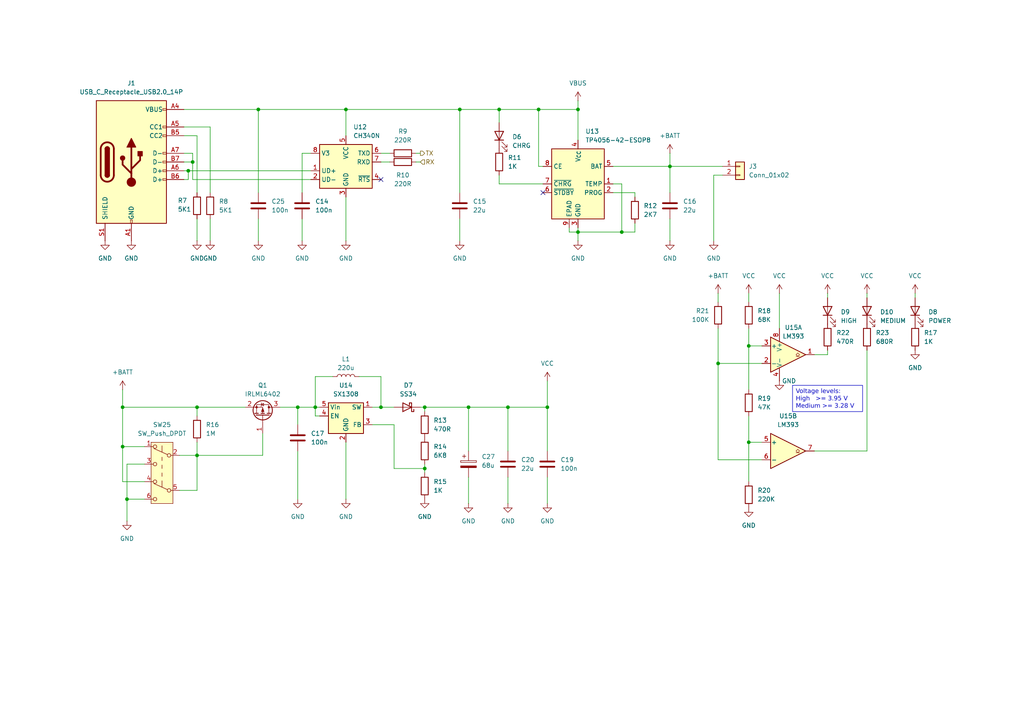
<source format=kicad_sch>
(kicad_sch (version 20250114) (generator "eeschema") (generator_version "9.0")
  (paper "A4")
  (title_block (title "USB and power management") (date "2025-11-03") (rev "B") (company "A.K."))
  (lib_symbols
    (symbol "Battery_Management:TP4056-42-ESOP8"
      (property "Reference" "U" (at -6.604 11.684 0))
      (property "Value" "TP4056-42-ESOP8" (at 10.16 11.684 0))
      (symbol "TP4056-42-ESOP8_1_0"
        (pin input line (at -10.16 5.08 0) (length 2.54) (name "CE") (number "8"))
        (pin open_collector line (at -10.16 0 0) (length 2.54) (name "~{CHRG}") (number "7"))
        (pin open_collector line (at -10.16 -2.54 0) (length 2.54) (name "~{STDBY}") (number "6"))
        (pin passive line (at -2.54 -12.7 90) (length 2.54) (name "EPAD") (number "9"))
        (pin power_in line (at 0 12.7 270) (length 2.54) (name "V_{CC}") (number "4"))
        (pin power_in line (at 0 -12.7 90) (length 2.54) (name "GND") (number "3"))
        (pin power_out line (at 10.16 5.08 180) (length 2.54) (name "BAT") (number "5"))
        (pin input line (at 10.16 0 180) (length 2.54) (name "TEMP") (number "1"))
        (pin passive line (at 10.16 -2.54 180) (length 2.54) (name "PROG") (number "2"))
      )
      (symbol "TP4056-42-ESOP8_1_1"
        (rectangle (start -7.62 10.16) (end 7.62 -10.16) (stroke (width 0.254)) (fill (type background)))
      )
    )
    (symbol "Comparator:LM393" (pin_names (offset 0.127))
      (property "Reference" "U" (at 3.81 3.81 0))
      (property "Value" "LM393" (at 6.35 -3.81 0))
      (symbol "LM393_1_1"
        (polyline (pts (xy -5.08 5.08) (xy 5.08 0) (xy -5.08 -5.08) (xy -5.08 5.08)) (stroke (width 0.254)) (fill (type background)))
        (polyline (pts (xy 3.302 -0.508) (xy 2.794 -0.508) (xy 3.302 0) (xy 2.794 0.508) (xy 2.286 0) (xy 2.794 -0.508) (xy 2.286 -0.508)) (stroke (width 0.127)))
        (pin input line (at -7.62 2.54 0) (length 2.54) (name "+") (number "3"))
        (pin input line (at -7.62 -2.54 0) (length 2.54) (name "-") (number "2"))
        (pin open_collector line (at 7.62 0 180) (length 2.54) (name "~") (number "1"))
      )
      (symbol "LM393_2_1"
        (polyline (pts (xy -5.08 5.08) (xy 5.08 0) (xy -5.08 -5.08) (xy -5.08 5.08)) (stroke (width 0.254)) (fill (type background)))
        (polyline (pts (xy 3.302 -0.508) (xy 2.794 -0.508) (xy 3.302 0) (xy 2.794 0.508) (xy 2.286 0) (xy 2.794 -0.508) (xy 2.286 -0.508)) (stroke (width 0.127)))
        (pin input line (at -7.62 2.54 0) (length 2.54) (name "+") (number "5"))
        (pin input line (at -7.62 -2.54 0) (length 2.54) (name "-") (number "6"))
        (pin open_collector line (at 7.62 0 180) (length 2.54) (name "~") (number "7"))
      )
      (symbol "LM393_3_1"
        (pin power_in line (at -2.54 7.62 270) (length 3.81) (name "V+") (number "8"))
        (pin power_in line (at -2.54 -7.62 90) (length 3.81) (name "V-") (number "4"))
      )
    )
    (symbol "Connector:USB_C_Receptacle_USB2.0_14P" (pin_names (offset 1.016))
      (property "Reference" "J" (at 0 22.225 0))
      (property "Value" "USB_C_Receptacle_USB2.0_14P" (at 0 19.685 0))
      (symbol "USB_C_Receptacle_USB2.0_14P_0_0"
        (rectangle (start -0.254 -17.78) (end 0.254 -16.764))
        (rectangle (start 10.16 15.494) (end 9.144 14.986))
        (rectangle (start 10.16 10.414) (end 9.144 9.906))
        (rectangle (start 10.16 7.874) (end 9.144 7.366))
        (rectangle (start 10.16 2.794) (end 9.144 2.286))
        (rectangle (start 10.16 0.254) (end 9.144 -0.254))
        (rectangle (start 10.16 -2.286) (end 9.144 -2.794))
        (rectangle (start 10.16 -4.826) (end 9.144 -5.334))
      )
      (symbol "USB_C_Receptacle_USB2.0_14P_0_1"
        (rectangle (start -10.16 17.78) (end 10.16 -17.78) (stroke (width 0.254)) (fill (type background)))
        (polyline (pts (xy -8.89 -3.81) (xy -8.89 3.81)) (stroke (width 0.508)))
        (rectangle (start -7.62 -3.81) (end -6.35 3.81) (stroke (width 0.254)) (fill (type outline)))
        (arc (start -7.62 3.81) (mid -6.985 4.4423) (end -6.35 3.81) (stroke (width 0.254)))
        (arc (start -7.62 3.81) (mid -6.985 4.4423) (end -6.35 3.81) (stroke (width 0.254)) (fill (type outline)))
        (arc (start -8.89 3.81) (mid -6.985 5.7067) (end -5.08 3.81) (stroke (width 0.508)))
        (arc (start -5.08 -3.81) (mid -6.985 -5.7067) (end -8.89 -3.81) (stroke (width 0.508)))
        (arc (start -6.35 -3.81) (mid -6.985 -4.4423) (end -7.62 -3.81) (stroke (width 0.254)))
        (arc (start -6.35 -3.81) (mid -6.985 -4.4423) (end -7.62 -3.81) (stroke (width 0.254)) (fill (type outline)))
        (polyline (pts (xy -5.08 3.81) (xy -5.08 -3.81)) (stroke (width 0.508)))
        (circle (center -2.54 1.143) (radius 0.635) (stroke (width 0.254)) (fill (type outline)))
        (polyline (pts (xy -1.27 4.318) (xy 0 6.858) (xy 1.27 4.318) (xy -1.27 4.318)) (stroke (width 0.254)) (fill (type outline)))
        (polyline (pts (xy 0 -2.032) (xy 2.54 0.508) (xy 2.54 1.778)) (stroke (width 0.508)))
        (polyline (pts (xy 0 -3.302) (xy -2.54 -0.762) (xy -2.54 0.508)) (stroke (width 0.508)))
        (polyline (pts (xy 0 -5.842) (xy 0 4.318)) (stroke (width 0.508)))
        (circle (center 0 -5.842) (radius 1.27) (fill (type outline)))
        (rectangle (start 1.905 1.778) (end 3.175 3.048) (stroke (width 0.254)) (fill (type outline)))
      )
      (symbol "USB_C_Receptacle_USB2.0_14P_1_1"
        (pin passive line (at -7.62 -22.86 90) (length 5.08) (name "SHIELD") (number "S1"))
        (pin passive line (at 0 -22.86 90) (length 5.08) (name "GND") (number "A1"))
        (pin passive line (at 0 -22.86 90) (length 5.08) (hide yes) (name "GND") (number "A12"))
        (pin passive line (at 0 -22.86 90) (length 5.08) (hide yes) (name "GND") (number "B1"))
        (pin passive line (at 0 -22.86 90) (length 5.08) (hide yes) (name "GND") (number "B12"))
        (pin passive line (at 15.24 15.24 180) (length 5.08) (name "VBUS") (number "A4"))
        (pin passive line (at 15.24 15.24 180) (length 5.08) (hide yes) (name "VBUS") (number "A9"))
        (pin passive line (at 15.24 15.24 180) (length 5.08) (hide yes) (name "VBUS") (number "B4"))
        (pin passive line (at 15.24 15.24 180) (length 5.08) (hide yes) (name "VBUS") (number "B9"))
        (pin bidirectional line (at 15.24 10.16 180) (length 5.08) (name "CC1") (number "A5"))
        (pin bidirectional line (at 15.24 7.62 180) (length 5.08) (name "CC2") (number "B5"))
        (pin bidirectional line (at 15.24 2.54 180) (length 5.08) (name "D-") (number "A7"))
        (pin bidirectional line (at 15.24 0 180) (length 5.08) (name "D-") (number "B7"))
        (pin bidirectional line (at 15.24 -2.54 180) (length 5.08) (name "D+") (number "A6"))
        (pin bidirectional line (at 15.24 -5.08 180) (length 5.08) (name "D+") (number "B6"))
      )
    )
    (symbol "Connector_Generic:Conn_01x02" (pin_names (offset 1.016) (hide yes))
      (property "Reference" "J" (at 0 2.54 0))
      (property "Value" "Conn_01x02" (at 0 -5.08 0))
      (symbol "Conn_01x02_1_1"
        (rectangle (start -1.27 1.27) (end 1.27 -3.81) (stroke (width 0.254)) (fill (type background)))
        (rectangle (start -1.27 0.127) (end 0 -0.127) (stroke (width 0.1524)))
        (rectangle (start -1.27 -2.413) (end 0 -2.667) (stroke (width 0.1524)))
        (pin passive line (at -5.08 0 0) (length 3.81) (name "Pin_1") (number "1"))
        (pin passive line (at -5.08 -2.54 0) (length 3.81) (name "Pin_2") (number "2"))
      )
    )
    (symbol "Device:C" (pin_numbers (hide yes)) (pin_names (offset 0.254))
      (property "Reference" "C" (at 0.635 2.54 0))
      (property "Value" "C" (at 0.635 -2.54 0))
      (symbol "C_0_1"
        (polyline (pts (xy -2.032 0.762) (xy 2.032 0.762)) (stroke (width 0.508)))
        (polyline (pts (xy -2.032 -0.762) (xy 2.032 -0.762)) (stroke (width 0.508)))
      )
      (symbol "C_1_1"
        (pin passive line (at 0 3.81 270) (length 2.794) (name "~") (number "1"))
        (pin passive line (at 0 -3.81 90) (length 2.794) (name "~") (number "2"))
      )
    )
    (symbol "Device:C_Polarized" (pin_numbers (hide yes)) (pin_names (offset 0.254))
      (property "Reference" "C" (at 0.635 2.54 0))
      (property "Value" "C_Polarized" (at 0.635 -2.54 0))
      (symbol "C_Polarized_0_1"
        (rectangle (start -2.286 0.508) (end 2.286 1.016))
        (polyline (pts (xy -1.778 2.286) (xy -0.762 2.286)))
        (polyline (pts (xy -1.27 2.794) (xy -1.27 1.778)))
        (rectangle (start 2.286 -0.508) (end -2.286 -1.016) (fill (type outline)))
      )
      (symbol "C_Polarized_1_1"
        (pin passive line (at 0 3.81 270) (length 2.794) (name "~") (number "1"))
        (pin passive line (at 0 -3.81 90) (length 2.794) (name "~") (number "2"))
      )
    )
    (symbol "Device:D_Schottky" (pin_numbers (hide yes)) (pin_names (offset 1.016) (hide yes))
      (property "Reference" "D" (at 0 2.54 0))
      (property "Value" "D_Schottky" (at 0 -2.54 0))
      (symbol "D_Schottky_0_1"
        (polyline (pts (xy -1.905 0.635) (xy -1.905 1.27) (xy -1.27 1.27) (xy -1.27 -1.27) (xy -0.635 -1.27) (xy -0.635 -0.635)) (stroke (width 0.254)))
        (polyline (pts (xy 1.27 1.27) (xy 1.27 -1.27) (xy -1.27 0) (xy 1.27 1.27)) (stroke (width 0.254)))
        (polyline (pts (xy 1.27 0) (xy -1.27 0)))
      )
      (symbol "D_Schottky_1_1"
        (pin passive line (at -3.81 0 0) (length 2.54) (name "K") (number "1"))
        (pin passive line (at 3.81 0 180) (length 2.54) (name "A") (number "2"))
      )
    )
    (symbol "Device:L" (pin_numbers (hide yes)) (pin_names (offset 1.016) (hide yes))
      (property "Reference" "L" (at -1.27 0 90))
      (property "Value" "L" (at 1.905 0 90))
      (symbol "L_0_1"
        (arc (start 0 2.54) (mid 0.6323 1.905) (end 0 1.27))
        (arc (start 0 1.27) (mid 0.6323 0.635) (end 0 0))
        (arc (start 0 0) (mid 0.6323 -0.635) (end 0 -1.27))
        (arc (start 0 -1.27) (mid 0.6323 -1.905) (end 0 -2.54))
      )
      (symbol "L_1_1"
        (pin passive line (at 0 3.81 270) (length 1.27) (name "1") (number "1"))
        (pin passive line (at 0 -3.81 90) (length 1.27) (name "2") (number "2"))
      )
    )
    (symbol "Device:LED" (pin_numbers (hide yes)) (pin_names (offset 1.016) (hide yes))
      (property "Reference" "D" (at 0 2.54 0))
      (property "Value" "LED" (at 0 -2.54 0))
      (symbol "LED_0_1"
        (polyline (pts (xy -3.048 -0.762) (xy -4.572 -2.286) (xy -3.81 -2.286) (xy -4.572 -2.286) (xy -4.572 -1.524)))
        (polyline (pts (xy -1.778 -0.762) (xy -3.302 -2.286) (xy -2.54 -2.286) (xy -3.302 -2.286) (xy -3.302 -1.524)))
        (polyline (pts (xy -1.27 0) (xy 1.27 0)))
        (polyline (pts (xy -1.27 -1.27) (xy -1.27 1.27)) (stroke (width 0.254)))
        (polyline (pts (xy 1.27 -1.27) (xy 1.27 1.27) (xy -1.27 0) (xy 1.27 -1.27)) (stroke (width 0.254)))
      )
      (symbol "LED_1_1"
        (pin passive line (at -3.81 0 0) (length 2.54) (name "K") (number "1"))
        (pin passive line (at 3.81 0 180) (length 2.54) (name "A") (number "2"))
      )
    )
    (symbol "Device:R" (pin_numbers (hide yes)) (pin_names (offset 0))
      (property "Reference" "R" (at 2.032 0 90))
      (property "Value" "R" (at 0 0 90))
      (symbol "R_0_1"
        (rectangle (start -1.016 -2.54) (end 1.016 2.54) (stroke (width 0.254)))
      )
      (symbol "R_1_1"
        (pin passive line (at 0 3.81 270) (length 1.27) (name "~") (number "1"))
        (pin passive line (at 0 -3.81 90) (length 1.27) (name "~") (number "2"))
      )
    )
    (symbol "Interface_USB:CH340N"
      (property "Reference" "U" (at -7.62 6.35 0))
      (property "Value" "CH340N" (at 7.62 6.35 0))
      (symbol "CH340N_0_1"
        (rectangle (start -7.62 5.08) (end 7.62 -7.62) (stroke (width 0.254)) (fill (type background)))
      )
      (symbol "CH340N_1_1"
        (pin passive line (at -10.16 2.54 0) (length 2.54) (name "V3") (number "8"))
        (pin bidirectional line (at -10.16 -2.54 0) (length 2.54) (name "UD+") (number "1"))
        (pin bidirectional line (at -10.16 -5.08 0) (length 2.54) (name "UD-") (number "2"))
        (pin power_in line (at 0 7.62 270) (length 2.54) (name "VCC") (number "5"))
        (pin power_in line (at 0 -10.16 90) (length 2.54) (name "GND") (number "3"))
        (pin output line (at 10.16 2.54 180) (length 2.54) (name "TXD") (number "6"))
        (pin input line (at 10.16 0 180) (length 2.54) (name "RXD") (number "7"))
        (pin output line (at 10.16 -5.08 180) (length 2.54) (name "~{RTS}") (number "4"))
      )
    )
    (symbol "Regulator_Switching:ADP2108AUJ-3.3"
      (property "Reference" "U14" (at 0 8.89 0))
      (property "Value" "SX1308" (at 0 6.35 0))
      (symbol "ADP2108AUJ-3.3_0_1"
        (rectangle (start -5.08 3.81) (end 5.08 -5.08) (stroke (width 0.254)) (fill (type background)))
      )
      (symbol "ADP2108AUJ-3.3_1_1"
        (pin power_in line (at -7.62 2.54 0) (length 2.54) (name "Vin") (number "5"))
        (pin input line (at -7.62 0 0) (length 2.54) (name "EN") (number "4"))
        (pin power_in line (at 0 -7.62 90) (length 2.54) (name "GND") (number "2"))
        (pin input line (at 7.62 2.54 180) (length 2.54) (name "SW") (number "1"))
        (pin input line (at 7.62 -2.54 180) (length 2.54) (name "FB") (number "3"))
      )
    )
    (symbol "Switch:SW_Push_DPDT" (pin_names (offset 0) (hide yes))
      (property "Reference" "SW" (at 0 10.16 0))
      (property "Value" "SW_Push_DPDT" (at 0 -10.16 0))
      (symbol "SW_Push_DPDT_0_0"
        (circle (center -2.032 5.08) (radius 0.508))
        (circle (center -2.032 -5.08) (radius 0.508))
        (circle (center 2.032 2.54) (radius 0.508))
        (circle (center 2.032 -7.62) (radius 0.508))
      )
      (symbol "SW_Push_DPDT_0_1"
        (polyline (pts (xy -1.524 5.334) (xy 2.3368 7.0612)))
        (polyline (pts (xy -1.524 -4.826) (xy 2.3368 -3.0988)))
        (polyline (pts (xy 0 7.874) (xy 0 6.096)))
        (polyline (pts (xy 0 3.556) (xy 0 4.572)))
        (polyline (pts (xy 0 1.27) (xy 0 2.286)))
        (polyline (pts (xy 0 -1.016) (xy 0 0)))
        (polyline (pts (xy 0 -2.286) (xy 0 -4.064)))
        (circle (center 2.032 7.62) (radius 0.508))
        (circle (center 2.032 -2.54) (radius 0.508))
      )
      (symbol "SW_Push_DPDT_1_1"
        (rectangle (start -3.175 8.89) (end 3.175 -8.89) (fill (type background)))
        (pin passive line (at -5.08 5.08 0) (length 2.54) (name "B") (number "2"))
        (pin passive line (at -5.08 -5.08 0) (length 2.54) (name "B") (number "5"))
        (pin passive line (at 5.08 7.62 180) (length 2.54) (name "A") (number "1"))
        (pin passive line (at 5.08 2.54 180) (length 2.54) (name "C") (number "3"))
        (pin passive line (at 5.08 -2.54 180) (length 2.54) (name "A") (number "4"))
        (pin passive line (at 5.08 -7.62 180) (length 2.54) (name "C") (number "6"))
      )
    )
    (symbol "Transistor_FET:IRLML6402" (pin_names (hide yes))
      (property "Reference" "Q" (at 5.08 1.905 0))
      (property "Value" "IRLML6402" (at 5.08 0 0))
      (symbol "IRLML6402_0_1"
        (polyline (pts (xy 0.254 1.905) (xy 0.254 -1.905)) (stroke (width 0.254)))
        (polyline (pts (xy 0.254 0) (xy -2.54 0)))
        (polyline (pts (xy 0.762 2.286) (xy 0.762 1.27)) (stroke (width 0.254)))
        (polyline (pts (xy 0.762 1.778) (xy 3.302 1.778) (xy 3.302 -1.778) (xy 0.762 -1.778)))
        (polyline (pts (xy 0.762 0.508) (xy 0.762 -0.508)) (stroke (width 0.254)))
        (polyline (pts (xy 0.762 -1.27) (xy 0.762 -2.286)) (stroke (width 0.254)))
        (circle (center 1.651 0) (radius 2.794) (stroke (width 0.254)))
        (polyline (pts (xy 2.286 0) (xy 1.27 0.381) (xy 1.27 -0.381) (xy 2.286 0)) (fill (type outline)))
        (polyline (pts (xy 2.54 2.54) (xy 2.54 1.778)))
        (circle (center 2.54 1.778) (radius 0.254) (fill (type outline)))
        (circle (center 2.54 -1.778) (radius 0.254) (fill (type outline)))
        (polyline (pts (xy 2.54 -2.54) (xy 2.54 0) (xy 0.762 0)))
        (polyline (pts (xy 2.794 -0.508) (xy 2.921 -0.381) (xy 3.683 -0.381) (xy 3.81 -0.254)))
        (polyline (pts (xy 3.302 -0.381) (xy 2.921 0.254) (xy 3.683 0.254) (xy 3.302 -0.381)))
      )
      (symbol "IRLML6402_1_1"
        (pin input line (at -5.08 0 0) (length 2.54) (name "G") (number "1"))
        (pin passive line (at 2.54 5.08 270) (length 2.54) (name "D") (number "3"))
        (pin passive line (at 2.54 -5.08 90) (length 2.54) (name "S") (number "2"))
      )
    )
    (symbol "power:+BATT" (power) (pin_numbers (hide yes)) (pin_names (offset 0) (hide yes))
      (property "Value" "+BATT" (at 0 3.556 0))
      (symbol "+BATT_0_1"
        (polyline (pts (xy -0.762 1.27) (xy 0 2.54)))
        (polyline (pts (xy 0 2.54) (xy 0.762 1.27)))
        (polyline (pts (xy 0 0) (xy 0 2.54)))
      )
      (symbol "+BATT_1_1"
        (pin power_in line (at 0 0 90) (length 0) (name "~") (number "1"))
      )
    )
    (symbol "power:GND" (power) (pin_numbers (hide yes)) (pin_names (offset 0) (hide yes))
      (property "Value" "GND" (at 0 -3.81 0))
      (symbol "GND_0_1"
        (polyline (pts (xy 0 0) (xy 0 -1.27) (xy 1.27 -1.27) (xy 0 -2.54) (xy -1.27 -1.27) (xy 0 -1.27)))
      )
      (symbol "GND_1_1"
        (pin power_in line (at 0 0 270) (length 0) (name "~") (number "1"))
      )
    )
    (symbol "power:VBUS" (power) (pin_numbers (hide yes)) (pin_names (offset 0) (hide yes))
      (property "Value" "VBUS" (at 0 3.556 0))
      (symbol "VBUS_0_1"
        (polyline (pts (xy -0.762 1.27) (xy 0 2.54)))
        (polyline (pts (xy 0 2.54) (xy 0.762 1.27)))
        (polyline (pts (xy 0 0) (xy 0 2.54)))
      )
      (symbol "VBUS_1_1"
        (pin power_in line (at 0 0 90) (length 0) (name "~") (number "1"))
      )
    )
    (symbol "power:VCC" (power) (pin_numbers (hide yes)) (pin_names (offset 0) (hide yes))
      (property "Value" "VCC" (at 0 3.556 0))
      (symbol "VCC_0_1"
        (polyline (pts (xy -0.762 1.27) (xy 0 2.54)))
        (polyline (pts (xy 0 2.54) (xy 0.762 1.27)))
        (polyline (pts (xy 0 0) (xy 0 2.54)))
      )
      (symbol "VCC_1_1"
        (pin power_in line (at 0 0 90) (length 0) (name "~") (number "1"))
      )
    )
  )
  (text_box "Voltage levels:\nHigh   >= 3.95 V\nMedium >= 3.28 V" (at 229.87 111.76 0) (size 20.32 7.62) (margins 0.9525 0.9525 0.9525 0.9525) (effects (font (size 1.27 1.27)) (justify left top)))
  (junction (at 36.83 144.78))
  (junction (at 74.93 31.75))
  (junction (at 144.78 31.75))
  (junction (at 55.88 46.99))
  (junction (at 110.49 118.11))
  (junction (at 57.15 132.08))
  (junction (at 217.17 100.33))
  (junction (at 91.44 118.11))
  (junction (at 133.35 31.75))
  (junction (at 147.32 118.11))
  (junction (at 194.31 48.26))
  (junction (at 217.17 128.27))
  (junction (at 57.15 118.11))
  (junction (at 180.34 67.31))
  (junction (at 123.19 135.89))
  (junction (at 123.19 118.11))
  (junction (at 100.33 31.75))
  (junction (at 35.56 118.11))
  (junction (at 86.36 118.11))
  (junction (at 35.56 129.54))
  (junction (at 158.75 118.11))
  (junction (at 156.21 31.75))
  (junction (at 208.28 105.41))
  (junction (at 167.64 31.75))
  (junction (at 135.89 118.11))
  (junction (at 54.61 49.53))
  (junction (at 167.64 67.31))
  (no_connect (at 157.48 55.88))
  (no_connect (at 110.49 52.07))
  (wire (pts (xy 36.83 144.78) (xy 36.83 134.62)))
  (wire (pts (xy 35.56 129.54) (xy 35.56 118.11)))
  (wire (pts (xy 167.64 67.31) (xy 180.34 67.31)))
  (wire (pts (xy 208.28 105.41) (xy 220.98 105.41)))
  (wire (pts (xy 157.48 48.26) (xy 156.21 48.26)))
  (wire (pts (xy 92.71 118.11) (xy 91.44 118.11)))
  (wire (pts (xy 207.01 69.85) (xy 207.01 50.8)))
  (wire (pts (xy 91.44 120.65) (xy 91.44 118.11)))
  (wire (pts (xy 217.17 95.25) (xy 217.17 100.33)))
  (wire (pts (xy 144.78 31.75) (xy 156.21 31.75)))
  (wire (pts (xy 236.22 102.87) (xy 240.03 102.87)))
  (wire (pts (xy 36.83 144.78) (xy 41.91 144.78)))
  (wire (pts (xy 92.71 120.65) (xy 91.44 120.65)))
  (wire (pts (xy 100.33 31.75) (xy 100.33 39.37)))
  (wire (pts (xy 91.44 118.11) (xy 86.36 118.11)))
  (wire (pts (xy 110.49 44.45) (xy 113.03 44.45)))
  (wire (pts (xy 57.15 55.88) (xy 57.15 39.37)))
  (wire (pts (xy 240.03 102.87) (xy 240.03 101.6)))
  (wire (pts (xy 87.63 63.5) (xy 87.63 69.85)))
  (wire (pts (xy 123.19 135.89) (xy 114.3 135.89)))
  (wire (pts (xy 57.15 142.24) (xy 57.15 132.08)))
  (wire (pts (xy 135.89 138.43) (xy 135.89 146.05)))
  (wire (pts (xy 208.28 133.35) (xy 208.28 105.41)))
  (wire (pts (xy 240.03 85.09) (xy 240.03 86.36)))
  (wire (pts (xy 53.34 39.37) (xy 57.15 39.37)))
  (wire (pts (xy 158.75 138.43) (xy 158.75 146.05)))
  (wire (pts (xy 87.63 55.88) (xy 87.63 44.45)))
  (wire (pts (xy 121.92 44.45) (xy 120.65 44.45)))
  (wire (pts (xy 123.19 134.62) (xy 123.19 135.89)))
  (wire (pts (xy 100.33 128.27) (xy 100.33 144.78)))
  (wire (pts (xy 135.89 118.11) (xy 147.32 118.11)))
  (wire (pts (xy 52.07 132.08) (xy 57.15 132.08)))
  (wire (pts (xy 133.35 63.5) (xy 133.35 69.85)))
  (wire (pts (xy 41.91 139.7) (xy 35.56 139.7)))
  (wire (pts (xy 55.88 52.07) (xy 90.17 52.07)))
  (wire (pts (xy 144.78 53.34) (xy 144.78 50.8)))
  (wire (pts (xy 114.3 135.89) (xy 114.3 123.19)))
  (wire (pts (xy 208.28 95.25) (xy 208.28 105.41)))
  (wire (pts (xy 147.32 118.11) (xy 158.75 118.11)))
  (wire (pts (xy 57.15 132.08) (xy 76.2 132.08)))
  (wire (pts (xy 133.35 31.75) (xy 133.35 55.88)))
  (wire (pts (xy 53.34 52.07) (xy 54.61 52.07)))
  (wire (pts (xy 110.49 46.99) (xy 113.03 46.99)))
  (wire (pts (xy 54.61 49.53) (xy 90.17 49.53)))
  (wire (pts (xy 74.93 31.75) (xy 74.93 55.88)))
  (wire (pts (xy 156.21 48.26) (xy 156.21 31.75)))
  (wire (pts (xy 55.88 44.45) (xy 55.88 46.99)))
  (wire (pts (xy 265.43 85.09) (xy 265.43 86.36)))
  (wire (pts (xy 220.98 133.35) (xy 208.28 133.35)))
  (wire (pts (xy 104.14 109.22) (xy 110.49 109.22)))
  (wire (pts (xy 180.34 67.31) (xy 184.15 67.31)))
  (wire (pts (xy 57.15 128.27) (xy 57.15 132.08)))
  (wire (pts (xy 74.93 69.85) (xy 74.93 63.5)))
  (wire (pts (xy 52.07 142.24) (xy 57.15 142.24)))
  (wire (pts (xy 194.31 63.5) (xy 194.31 69.85)))
  (wire (pts (xy 133.35 31.75) (xy 144.78 31.75)))
  (wire (pts (xy 60.96 36.83) (xy 53.34 36.83)))
  (wire (pts (xy 53.34 46.99) (xy 55.88 46.99)))
  (wire (pts (xy 217.17 128.27) (xy 220.98 128.27)))
  (wire (pts (xy 135.89 118.11) (xy 135.89 130.81)))
  (wire (pts (xy 251.46 130.81) (xy 251.46 101.6)))
  (wire (pts (xy 76.2 132.08) (xy 76.2 125.73)))
  (wire (pts (xy 236.22 130.81) (xy 251.46 130.81)))
  (wire (pts (xy 184.15 55.88) (xy 184.15 57.15)))
  (wire (pts (xy 167.64 67.31) (xy 165.1 67.31)))
  (wire (pts (xy 167.64 67.31) (xy 167.64 69.85)))
  (wire (pts (xy 157.48 53.34) (xy 144.78 53.34)))
  (wire (pts (xy 121.92 118.11) (xy 123.19 118.11)))
  (wire (pts (xy 147.32 118.11) (xy 147.32 130.81)))
  (wire (pts (xy 194.31 44.45) (xy 194.31 48.26)))
  (wire (pts (xy 74.93 31.75) (xy 100.33 31.75)))
  (wire (pts (xy 91.44 109.22) (xy 91.44 118.11)))
  (wire (pts (xy 156.21 31.75) (xy 167.64 31.75)))
  (wire (pts (xy 167.64 29.21) (xy 167.64 31.75)))
  (wire (pts (xy 251.46 85.09) (xy 251.46 86.36)))
  (wire (pts (xy 53.34 31.75) (xy 74.93 31.75)))
  (wire (pts (xy 207.01 50.8) (xy 209.55 50.8)))
  (wire (pts (xy 123.19 135.89) (xy 123.19 137.16)))
  (wire (pts (xy 110.49 118.11) (xy 114.3 118.11)))
  (wire (pts (xy 217.17 120.65) (xy 217.17 128.27)))
  (wire (pts (xy 57.15 118.11) (xy 71.12 118.11)))
  (wire (pts (xy 87.63 44.45) (xy 90.17 44.45)))
  (wire (pts (xy 184.15 67.31) (xy 184.15 64.77)))
  (wire (pts (xy 36.83 134.62) (xy 41.91 134.62)))
  (wire (pts (xy 86.36 118.11) (xy 86.36 123.19)))
  (wire (pts (xy 35.56 118.11) (xy 57.15 118.11)))
  (wire (pts (xy 217.17 128.27) (xy 217.17 139.7)))
  (wire (pts (xy 208.28 85.09) (xy 208.28 87.63)))
  (wire (pts (xy 147.32 138.43) (xy 147.32 146.05)))
  (wire (pts (xy 41.91 129.54) (xy 35.56 129.54)))
  (wire (pts (xy 144.78 31.75) (xy 144.78 35.56)))
  (wire (pts (xy 35.56 139.7) (xy 35.56 129.54)))
  (wire (pts (xy 53.34 49.53) (xy 54.61 49.53)))
  (wire (pts (xy 226.06 85.09) (xy 226.06 95.25)))
  (wire (pts (xy 194.31 55.88) (xy 194.31 48.26)))
  (wire (pts (xy 165.1 67.31) (xy 165.1 66.04)))
  (wire (pts (xy 217.17 85.09) (xy 217.17 87.63)))
  (wire (pts (xy 123.19 118.11) (xy 123.19 119.38)))
  (wire (pts (xy 86.36 130.81) (xy 86.36 144.78)))
  (wire (pts (xy 60.96 63.5) (xy 60.96 69.85)))
  (wire (pts (xy 60.96 55.88) (xy 60.96 36.83)))
  (wire (pts (xy 158.75 110.49) (xy 158.75 118.11)))
  (wire (pts (xy 180.34 53.34) (xy 177.8 53.34)))
  (wire (pts (xy 217.17 100.33) (xy 220.98 100.33)))
  (wire (pts (xy 53.34 44.45) (xy 55.88 44.45)))
  (wire (pts (xy 167.64 66.04) (xy 167.64 67.31)))
  (wire (pts (xy 36.83 151.13) (xy 36.83 144.78)))
  (wire (pts (xy 100.33 57.15) (xy 100.33 69.85)))
  (wire (pts (xy 217.17 100.33) (xy 217.17 113.03)))
  (wire (pts (xy 57.15 118.11) (xy 57.15 120.65)))
  (wire (pts (xy 167.64 31.75) (xy 167.64 40.64)))
  (wire (pts (xy 100.33 31.75) (xy 133.35 31.75)))
  (wire (pts (xy 54.61 52.07) (xy 54.61 49.53)))
  (wire (pts (xy 123.19 118.11) (xy 135.89 118.11)))
  (wire (pts (xy 57.15 63.5) (xy 57.15 69.85)))
  (wire (pts (xy 96.52 109.22) (xy 91.44 109.22)))
  (wire (pts (xy 110.49 118.11) (xy 107.95 118.11)))
  (wire (pts (xy 110.49 109.22) (xy 110.49 118.11)))
  (wire (pts (xy 55.88 46.99) (xy 55.88 52.07)))
  (wire (pts (xy 121.92 46.99) (xy 120.65 46.99)))
  (wire (pts (xy 81.28 118.11) (xy 86.36 118.11)))
  (wire (pts (xy 194.31 48.26) (xy 177.8 48.26)))
  (wire (pts (xy 194.31 48.26) (xy 209.55 48.26)))
  (wire (pts (xy 180.34 67.31) (xy 180.34 53.34)))
  (wire (pts (xy 114.3 123.19) (xy 107.95 123.19)))
  (wire (pts (xy 35.56 118.11) (xy 35.56 113.03)))
  (wire (pts (xy 177.8 55.88) (xy 184.15 55.88)))
  (wire (pts (xy 158.75 118.11) (xy 158.75 130.81)))
  (hierarchical_label "TX" (shape output) (at 121.92 44.45 0))
  (hierarchical_label "RX" (shape input) (at 121.92 46.99 0))
  (symbol (lib_id "power:GND") (at 86.36 144.78 0) (unit 1)
    (property "Reference" "#PWR069" (effects (hide yes)))
    (property "Value" "GND" (at 86.36 149.86 0))
    (property "Description" "Power symbol creates a global label with name \"GND\" , ground" (effects (hide yes)))
  )
  (symbol (lib_id "Device:R") (at 184.15 60.96 0) (unit 1)
    (property "Reference" "R12" (at 186.69 59.6899 0) (effects (justify left)))
    (property "Value" "2K7" (at 186.69 62.2299 0) (effects (justify left)))
    (property "Footprint" "Resistor_SMD:R_0805_2012Metric" (effects (hide yes)))
    (property "Description" "Resistor" (effects (hide yes)))
  )
  (symbol (lib_id "Device:R") (at 123.19 140.97 0) (unit 1)
    (property "Reference" "R15" (at 125.73 139.6999 0) (effects (justify left)))
    (property "Value" "1K" (at 125.73 142.2399 0) (effects (justify left)))
    (property "Footprint" "Resistor_SMD:R_0805_2012Metric" (effects (hide yes)))
    (property "Description" "Resistor" (effects (hide yes)))
  )
  (symbol (lib_id "power:GND") (at 60.96 69.85 0) (unit 1)
    (property "Reference" "#PWR062" (effects (hide yes)))
    (property "Value" "GND" (at 60.96 74.93 0))
    (property "Description" "Power symbol creates a global label with name \"GND\" , ground" (effects (hide yes)))
  )
  (symbol (lib_id "Comparator:LM393") (at 228.6 130.81 0) (unit 2)
    (property "Reference" "U15" (at 228.6 120.65 0))
    (property "Value" "LM393" (at 228.6 123.19 0))
    (property "Footprint" "Package_SO:SOIC-8_3.9x4.9mm_P1.27mm" (effects (hide yes)))
    (property "Datasheet" "http://www.ti.com/lit/ds/symlink/lm393.pdf" (effects (hide yes)))
    (property "Description" "Low-Power, Low-Offset Voltage, Dual Comparators, DIP-8/SOIC-8/TO-99-8" (effects (hide yes)))
  )
  (symbol (lib_id "Device:LED") (at 265.43 90.17 90) (unit 1)
    (property "Reference" "D8" (at 269.24 90.4874 90) (effects (justify right)))
    (property "Value" "POWER" (at 269.24 93.0274 90) (effects (justify right)))
    (property "Footprint" "LED_SMD:LED_0805_2012Metric" (effects (hide yes)))
    (property "Description" "Light emitting diode" (effects (hide yes)))
    (property "Sim.Pins" "1=K 2=A" (effects (hide yes)))
  )
  (symbol (lib_id "Interface_USB:CH340N") (at 100.33 46.99 0) (unit 1)
    (property "Reference" "U12" (at 102.4733 36.83 0) (effects (justify left)))
    (property "Value" "CH340N" (at 102.4733 39.37 0) (effects (justify left)))
    (property "Footprint" "Package_SO:SOP-8_3.9x4.9mm_P1.27mm" (effects (hide yes)))
    (property "Datasheet" "https://aitendo3.sakura.ne.jp/aitendo_data/product_img/ic/inteface/CH340N/ch340n.pdf" (effects (hide yes)))
    (property "Description" "USB serial converter, 2Mbps, UART, SOP-8" (effects (hide yes)))
  )
  (symbol (lib_id "power:GND") (at 30.48 69.85 0) (unit 1)
    (property "Reference" "#PWR059" (effects (hide yes)))
    (property "Value" "GND" (at 30.48 74.93 0))
    (property "Description" "Power symbol creates a global label with name \"GND\" , ground" (effects (hide yes)))
  )
  (symbol (lib_id "Device:R") (at 217.17 91.44 0) (unit 1)
    (property "Reference" "R18" (at 219.71 90.1699 0) (effects (justify left)))
    (property "Value" "68K" (at 219.71 92.7099 0) (effects (justify left)))
    (property "Footprint" "Resistor_SMD:R_0805_2012Metric" (effects (hide yes)))
    (property "Description" "Resistor" (effects (hide yes)))
  )
  (symbol (lib_id "power:+BATT") (at 35.56 113.03 0) (unit 1)
    (property "Reference" "#PWR075" (effects (hide yes)))
    (property "Value" "+BATT" (at 35.56 107.95 0))
    (property "Description" "Power symbol creates a global label with name \"+BATT\"" (effects (hide yes)))
  )
  (symbol (lib_id "Device:C_Polarized") (at 135.89 134.62 0) (unit 1)
    (property "Reference" "C27" (at 139.7 132.4609 0) (effects (justify left)))
    (property "Value" "68u" (at 139.7 135.0009 0) (effects (justify left)))
    (property "Footprint" "Capacitor_Tantalum_SMD:CP_EIA-7343-15_Kemet-W" (effects (hide yes)))
    (property "Description" "Polarized capacitor" (effects (hide yes)))
  )
  (symbol (lib_id "Device:L") (at 100.33 109.22 90) (unit 1)
    (property "Reference" "L1" (at 100.33 104.14 90))
    (property "Value" "220u" (at 100.33 106.68 90))
    (property "Footprint" "Inductor_SMD:L_Sunlord_SWPA6040S" (effects (hide yes)))
    (property "Description" "Inductor" (effects (hide yes)))
  )
  (symbol (lib_id "Device:C") (at 74.93 59.69 0) (unit 1)
    (property "Reference" "C25" (at 78.74 58.4199 0) (effects (justify left)))
    (property "Value" "100n" (at 78.74 60.9599 0) (effects (justify left)))
    (property "Footprint" "Capacitor_SMD:C_0805_2012Metric" (effects (hide yes)))
    (property "Description" "Unpolarized capacitor" (effects (hide yes)))
  )
  (symbol (lib_id "Battery_Management:TP4056-42-ESOP8") (at 167.64 53.34 0) (unit 1)
    (property "Reference" "U13" (at 169.7833 38.1 0) (effects (justify left)))
    (property "Value" "TP4056-42-ESOP8" (at 169.7833 40.64 0) (effects (justify left)))
    (property "Footprint" "Package_SO:SOIC-8-1EP_3.9x4.9mm_P1.27mm_EP2.41x3.3mm_ThermalVias" (effects (hide yes)))
    (property "Datasheet" "https://www.lcsc.com/datasheet/lcsc_datasheet_2410121619_TOPPOWER-Nanjing-Extension-Microelectronics-TP4056-42-ESOP8_C16581.pdf" (effects (hide yes)))
    (property "Description" "1A Standalone Linear Li-ion/LiPo single-cell battery charger, 4.2V ±1% charge voltage, VCC = 4.0..8.0V, SOIC-8 (SOP-8)" (effects (hide yes)))
  )
  (symbol (lib_id "Comparator:LM393") (at 228.6 102.87 0) (unit 1)
    (property "Reference" "U15" (at 230.124 94.996 0))
    (property "Value" "LM393" (at 230.124 97.536 0))
    (property "Footprint" "Package_SO:SOIC-8_3.9x4.9mm_P1.27mm" (effects (hide yes)))
    (property "Datasheet" "http://www.ti.com/lit/ds/symlink/lm393.pdf" (effects (hide yes)))
    (property "Description" "Low-Power, Low-Offset Voltage, Dual Comparators, DIP-8/SOIC-8/TO-99-8" (effects (hide yes)))
  )
  (symbol (lib_id "Device:C") (at 158.75 134.62 0) (unit 1)
    (property "Reference" "C19" (at 162.56 133.3499 0) (effects (justify left)))
    (property "Value" "100n" (at 162.56 135.8899 0) (effects (justify left)))
    (property "Footprint" "Capacitor_SMD:C_0805_2012Metric" (effects (hide yes)))
    (property "Description" "Unpolarized capacitor" (effects (hide yes)))
  )
  (symbol (lib_id "Device:R") (at 265.43 97.79 0) (unit 1)
    (property "Reference" "R17" (at 267.97 96.5199 0) (effects (justify left)))
    (property "Value" "1K" (at 267.97 99.0599 0) (effects (justify left)))
    (property "Footprint" "Resistor_SMD:R_0805_2012Metric" (effects (hide yes)))
    (property "Description" "Resistor" (effects (hide yes)))
  )
  (symbol (lib_id "power:GND") (at 167.64 69.85 0) (unit 1)
    (property "Reference" "#PWR065" (effects (hide yes)))
    (property "Value" "GND" (at 167.64 74.93 0))
    (property "Description" "Power symbol creates a global label with name \"GND\" , ground" (effects (hide yes)))
  )
  (symbol (lib_id "Comparator:LM393") (at 228.6 102.87 0) (unit 3)
    (property "Reference" "U15" (effects (hide yes)))
    (property "Value" "LM393" (effects (hide yes)))
    (property "Footprint" "Package_SO:SOIC-8_3.9x4.9mm_P1.27mm" (effects (hide yes)))
    (property "Datasheet" "http://www.ti.com/lit/ds/symlink/lm393.pdf" (effects (hide yes)))
    (property "Description" "Low-Power, Low-Offset Voltage, Dual Comparators, DIP-8/SOIC-8/TO-99-8" (effects (hide yes)))
  )
  (symbol (lib_id "power:GND") (at 135.89 146.05 0) (unit 1)
    (property "Reference" "#PWR071" (effects (hide yes)))
    (property "Value" "GND" (at 135.89 151.13 0))
    (property "Description" "Power symbol creates a global label with name \"GND\" , ground" (effects (hide yes)))
  )
  (symbol (lib_id "power:VCC") (at 265.43 85.09 0) (unit 1)
    (property "Reference" "#PWR0141" (effects (hide yes)))
    (property "Value" "VCC" (at 265.43 80.01 0))
    (property "Description" "Power symbol creates a global label with name \"VCC\"" (effects (hide yes)))
  )
  (symbol (lib_id "Device:LED") (at 240.03 90.17 90) (unit 1)
    (property "Reference" "D9" (at 243.84 90.4874 90) (effects (justify right)))
    (property "Value" "HIGH" (at 243.84 93.0274 90) (effects (justify right)))
    (property "Footprint" "LED_SMD:LED_0805_2012Metric" (effects (hide yes)))
    (property "Description" "Light emitting diode" (effects (hide yes)))
    (property "Sim.Pins" "1=K 2=A" (effects (hide yes)))
  )
  (symbol (lib_id "power:VCC") (at 226.06 85.09 0) (unit 1)
    (property "Reference" "#PWR078" (effects (hide yes)))
    (property "Value" "VCC" (at 226.06 80.01 0))
    (property "Description" "Power symbol creates a global label with name \"VCC\"" (effects (hide yes)))
  )
  (symbol (lib_id "Device:R") (at 57.15 124.46 0) (unit 1)
    (property "Reference" "R16" (at 59.69 123.1899 0) (effects (justify left)))
    (property "Value" "1M" (at 59.69 125.7299 0) (effects (justify left)))
    (property "Footprint" "Resistor_SMD:R_0805_2012Metric" (effects (hide yes)))
    (property "Description" "Resistor" (effects (hide yes)))
  )
  (symbol (lib_id "power:VBUS") (at 167.64 29.21 0) (unit 1)
    (property "Reference" "#PWR0127" (effects (hide yes)))
    (property "Value" "VBUS" (at 167.64 24.13 0))
    (property "Description" "Power symbol creates a global label with name \"VBUS\"" (effects (hide yes)))
  )
  (symbol (lib_id "Connector_Generic:Conn_01x02") (at 214.63 48.26 0) (unit 1)
    (property "Reference" "J3" (at 217.17 48.2599 0) (effects (justify left)))
    (property "Value" "Conn_01x02" (at 217.17 50.7999 0) (effects (justify left)))
    (property "Footprint" "Connector_JST:JST_PH_B2B-PH-K_1x02_P2.00mm_Vertical" (effects (hide yes)))
    (property "Description" "Generic connector, single row, 01x02, script generated (kicad-library-utils/schlib/autogen/connector/)" (effects (hide yes)))
  )
  (symbol (lib_id "Device:R") (at 60.96 59.69 180) (unit 1)
    (property "Reference" "R8" (at 63.5 58.4199 0) (effects (justify right)))
    (property "Value" "5K1" (at 63.5 60.9599 0) (effects (justify right)))
    (property "Footprint" "Resistor_SMD:R_0805_2012Metric" (effects (hide yes)))
    (property "Description" "Resistor" (effects (hide yes)))
  )
  (symbol (lib_id "Device:R") (at 57.15 59.69 180) (unit 1)
    (property "Reference" "R7" (at 51.562 58.166 0) (effects (justify right)))
    (property "Value" "5K1" (at 51.562 60.706 0) (effects (justify right)))
    (property "Footprint" "Resistor_SMD:R_0805_2012Metric" (effects (hide yes)))
    (property "Description" "Resistor" (effects (hide yes)))
  )
  (symbol (lib_id "Device:R") (at 123.19 123.19 0) (unit 1)
    (property "Reference" "R13" (at 125.73 121.9199 0) (effects (justify left)))
    (property "Value" "470R" (at 125.73 124.4599 0) (effects (justify left)))
    (property "Footprint" "Resistor_SMD:R_0805_2012Metric" (effects (hide yes)))
    (property "Description" "Resistor" (effects (hide yes)))
  )
  (symbol (lib_id "Regulator_Switching:ADP2108AUJ-3.3") (at 100.33 120.65 0) (unit 1)
    (property "Reference" "U14" (at 100.33 111.76 0))
    (property "Value" "SX1308" (at 100.33 114.3 0))
    (property "Footprint" "Package_TO_SOT_SMD:TSOT-23-6" (effects (hide yes)))
    (property "Datasheet" "https://www.analog.com/media/en/technical-documentation/data-sheets/ADP2108.pdf" (effects (hide yes)))
    (property "Description" "2A switching bucK regulator" (effects (hide yes)))
  )
  (symbol (lib_id "Device:R") (at 123.19 130.81 0) (unit 1)
    (property "Reference" "R14" (at 125.73 129.5399 0) (effects (justify left)))
    (property "Value" "6K8" (at 125.73 132.0799 0) (effects (justify left)))
    (property "Footprint" "Resistor_SMD:R_0805_2012Metric" (effects (hide yes)))
    (property "Description" "Resistor" (effects (hide yes)))
  )
  (symbol (lib_id "Device:R") (at 240.03 97.79 0) (unit 1)
    (property "Reference" "R22" (at 242.57 96.5199 0) (effects (justify left)))
    (property "Value" "470R" (at 242.57 99.0599 0) (effects (justify left)))
    (property "Footprint" "Resistor_SMD:R_0805_2012Metric" (effects (hide yes)))
    (property "Description" "Resistor" (effects (hide yes)))
  )
  (symbol (lib_id "power:GND") (at 57.15 69.85 0) (unit 1)
    (property "Reference" "#PWR061" (effects (hide yes)))
    (property "Value" "GND" (at 57.15 74.93 0))
    (property "Description" "Power symbol creates a global label with name \"GND\" , ground" (effects (hide yes)))
  )
  (symbol (lib_id "power:GND") (at 133.35 69.85 0) (unit 1)
    (property "Reference" "#PWR066" (effects (hide yes)))
    (property "Value" "GND" (at 133.35 74.93 0))
    (property "Description" "Power symbol creates a global label with name \"GND\" , ground" (effects (hide yes)))
  )
  (symbol (lib_id "power:GND") (at 158.75 146.05 0) (unit 1)
    (property "Reference" "#PWR073" (effects (hide yes)))
    (property "Value" "GND" (at 158.75 151.13 0))
    (property "Description" "Power symbol creates a global label with name \"GND\" , ground" (effects (hide yes)))
  )
  (symbol (lib_id "Device:R") (at 251.46 97.79 0) (unit 1)
    (property "Reference" "R23" (at 254 96.5199 0) (effects (justify left)))
    (property "Value" "680R" (at 254 99.0599 0) (effects (justify left)))
    (property "Footprint" "Resistor_SMD:R_0805_2012Metric" (effects (hide yes)))
    (property "Description" "Resistor" (effects (hide yes)))
  )
  (symbol (lib_id "power:VCC") (at 251.46 85.09 0) (unit 1)
    (property "Reference" "#PWR082" (effects (hide yes)))
    (property "Value" "VCC" (at 251.46 80.01 0))
    (property "Description" "Power symbol creates a global label with name \"VCC\"" (effects (hide yes)))
  )
  (symbol (lib_id "Device:LED") (at 144.78 39.37 90) (unit 1)
    (property "Reference" "D6" (at 148.59 39.6874 90) (effects (justify right)))
    (property "Value" "CHRG" (at 148.59 42.2274 90) (effects (justify right)))
    (property "Footprint" "LED_SMD:LED_0805_2012Metric" (effects (hide yes)))
    (property "Description" "Light emitting diode" (effects (hide yes)))
    (property "Sim.Pins" "1=K 2=A" (effects (hide yes)))
  )
  (symbol (lib_id "power:GND") (at 123.19 144.78 0) (unit 1)
    (property "Reference" "#PWR068" (effects (hide yes)))
    (property "Value" "GND" (at 123.19 149.86 0))
    (property "Description" "Power symbol creates a global label with name \"GND\" , ground" (effects (hide yes)))
  )
  (symbol (lib_id "Switch:SW_Push_DPDT") (at 46.99 137.16 0) (mirror y) (unit 1)
    (property "Reference" "SW25" (at 46.99 123.19 0))
    (property "Value" "SW_Push_DPDT" (at 46.99 125.73 0))
    (property "Footprint" "Button_Switch_THT:SW_CK_JS202011AQN_DPDT_Angled" (effects (hide yes)))
    (property "Description" "Momentary Switch, dual pole double throw" (effects (hide yes)))
  )
  (symbol (lib_id "Device:R") (at 217.17 143.51 0) (unit 1)
    (property "Reference" "R20" (at 219.71 142.2399 0) (effects (justify left)))
    (property "Value" "220K" (at 219.71 144.7799 0) (effects (justify left)))
    (property "Footprint" "Resistor_SMD:R_0805_2012Metric" (effects (hide yes)))
    (property "Description" "Resistor" (effects (hide yes)))
  )
  (symbol (lib_id "power:GND") (at 194.31 69.85 0) (unit 1)
    (property "Reference" "#PWR067" (effects (hide yes)))
    (property "Value" "GND" (at 194.31 74.93 0))
    (property "Description" "Power symbol creates a global label with name \"GND\" , ground" (effects (hide yes)))
  )
  (symbol (lib_id "power:GND") (at 207.01 69.85 0) (unit 1)
    (property "Reference" "#PWR0143" (effects (hide yes)))
    (property "Value" "GND" (at 207.01 74.93 0))
    (property "Description" "Power symbol creates a global label with name \"GND\" , ground" (effects (hide yes)))
  )
  (symbol (lib_id "power:GND") (at 147.32 146.05 0) (unit 1)
    (property "Reference" "#PWR072" (effects (hide yes)))
    (property "Value" "GND" (at 147.32 151.13 0))
    (property "Description" "Power symbol creates a global label with name \"GND\" , ground" (effects (hide yes)))
  )
  (symbol (lib_id "Device:LED") (at 251.46 90.17 90) (unit 1)
    (property "Reference" "D10" (at 255.27 90.4874 90) (effects (justify right)))
    (property "Value" "MEDIUM" (at 255.27 93.0274 90) (effects (justify right)))
    (property "Footprint" "LED_SMD:LED_0805_2012Metric" (effects (hide yes)))
    (property "Description" "Light emitting diode" (effects (hide yes)))
    (property "Sim.Pins" "1=K 2=A" (effects (hide yes)))
  )
  (symbol (lib_id "Device:R") (at 116.84 46.99 90) (unit 1)
    (property "Reference" "R10" (at 116.84 50.8 90))
    (property "Value" "220R" (at 116.84 53.34 90))
    (property "Footprint" "Resistor_SMD:R_0805_2012Metric" (effects (hide yes)))
    (property "Description" "Resistor" (effects (hide yes)))
  )
  (symbol (lib_id "Device:C") (at 147.32 134.62 0) (unit 1)
    (property "Reference" "C20" (at 151.13 133.3499 0) (effects (justify left)))
    (property "Value" "22u" (at 151.13 135.8899 0) (effects (justify left)))
    (property "Footprint" "Capacitor_SMD:C_0805_2012Metric" (effects (hide yes)))
    (property "Description" "Unpolarized capacitor" (effects (hide yes)))
  )
  (symbol (lib_id "power:+BATT") (at 208.28 85.09 0) (unit 1)
    (property "Reference" "#PWR04" (effects (hide yes)))
    (property "Value" "+BATT" (at 208.28 80.01 0))
    (property "Description" "Power symbol creates a global label with name \"+BATT\"" (effects (hide yes)))
  )
  (symbol (lib_id "power:GND") (at 265.43 101.6 0) (unit 1)
    (property "Reference" "#PWR0142" (effects (hide yes)))
    (property "Value" "GND" (at 265.43 106.68 0))
    (property "Description" "Power symbol creates a global label with name \"GND\" , ground" (effects (hide yes)))
  )
  (symbol (lib_id "power:GND") (at 226.06 110.49 0) (unit 1)
    (property "Reference" "#PWR080" (effects (hide yes)))
    (property "Value" "GND" (at 228.854 110.49 0))
    (property "Description" "Power symbol creates a global label with name \"GND\" , ground" (effects (hide yes)))
  )
  (symbol (lib_id "power:GND") (at 100.33 69.85 0) (unit 1)
    (property "Reference" "#PWR063" (effects (hide yes)))
    (property "Value" "GND" (at 100.33 74.93 0))
    (property "Description" "Power symbol creates a global label with name \"GND\" , ground" (effects (hide yes)))
  )
  (symbol (lib_id "Device:R") (at 144.78 46.99 0) (unit 1)
    (property "Reference" "R11" (at 147.32 45.7199 0) (effects (justify left)))
    (property "Value" "1K" (at 147.32 48.2599 0) (effects (justify left)))
    (property "Footprint" "Resistor_SMD:R_0805_2012Metric" (effects (hide yes)))
    (property "Description" "Resistor" (effects (hide yes)))
  )
  (symbol (lib_id "power:VCC") (at 217.17 85.09 0) (unit 1)
    (property "Reference" "#PWR077" (effects (hide yes)))
    (property "Value" "VCC" (at 217.17 80.01 0))
    (property "Description" "Power symbol creates a global label with name \"VCC\"" (effects (hide yes)))
  )
  (symbol (lib_id "power:VCC") (at 158.75 110.49 0) (unit 1)
    (property "Reference" "#PWR074" (effects (hide yes)))
    (property "Value" "VCC" (at 158.75 105.41 0))
    (property "Description" "Power symbol creates a global label with name \"VCC\"" (effects (hide yes)))
  )
  (symbol (lib_id "Device:C") (at 87.63 59.69 0) (unit 1)
    (property "Reference" "C14" (at 91.44 58.4199 0) (effects (justify left)))
    (property "Value" "100n" (at 91.44 60.9599 0) (effects (justify left)))
    (property "Footprint" "Capacitor_SMD:C_0805_2012Metric" (effects (hide yes)))
    (property "Description" "Unpolarized capacitor" (effects (hide yes)))
  )
  (symbol (lib_id "Connector:USB_C_Receptacle_USB2.0_14P") (at 38.1 46.99 0) (unit 1)
    (property "Reference" "J1" (at 38.1 24.13 0))
    (property "Value" "USB_C_Receptacle_USB2.0_14P" (at 38.1 26.67 0))
    (property "Footprint" "Connector_USB:USB_C_Receptacle_G-Switch_GT-USB-7010ASV" (effects (hide yes)))
    (property "Datasheet" "https://www.usb.org/sites/default/files/documents/usb_type-c.zip" (effects (hide yes)))
    (property "Description" "USB 2.0-only 14P Type-C Receptacle connector" (effects (hide yes)))
  )
  (symbol (lib_id "Device:R") (at 217.17 116.84 0) (unit 1)
    (property "Reference" "R19" (at 219.71 115.5699 0) (effects (justify left)))
    (property "Value" "47K" (at 219.71 118.1099 0) (effects (justify left)))
    (property "Footprint" "Resistor_SMD:R_0805_2012Metric" (effects (hide yes)))
    (property "Description" "Resistor" (effects (hide yes)))
  )
  (symbol (lib_id "Device:D_Schottky") (at 118.11 118.11 180) (unit 1)
    (property "Reference" "D7" (at 118.4275 111.76 0))
    (property "Value" "SS34" (at 118.4275 114.3 0))
    (property "Footprint" "Diode_SMD:D_2010_5025Metric" (effects (hide yes)))
    (property "Description" "Schottky diode" (effects (hide yes)))
  )
  (symbol (lib_id "power:VCC") (at 240.03 85.09 0) (unit 1)
    (property "Reference" "#PWR081" (effects (hide yes)))
    (property "Value" "VCC" (at 240.03 80.01 0))
    (property "Description" "Power symbol creates a global label with name \"VCC\"" (effects (hide yes)))
  )
  (symbol (lib_id "Transistor_FET:IRLML6402") (at 76.2 120.65 270) (mirror x) (unit 1)
    (property "Reference" "Q1" (at 76.2 111.76 90))
    (property "Value" "IRLML6402" (at 76.2 114.3 90))
    (property "Footprint" "Package_TO_SOT_SMD:SOT-23" (effects (hide yes)))
    (property "Datasheet" "https://www.infineon.com/dgdl/irlml6402pbf.pdf?fileId=5546d462533600a401535668d5c2263c" (effects (hide yes)))
    (property "Description" "-3.7A Id, -20V Vds, 65mOhm Rds, P-Channel HEXFET Power MOSFET, SOT-23" (effects (hide yes)))
  )
  (symbol (lib_id "power:+BATT") (at 194.31 44.45 0) (unit 1)
    (property "Reference" "#PWR03" (effects (hide yes)))
    (property "Value" "+BATT" (at 194.31 39.37 0))
    (property "Description" "Power symbol creates a global label with name \"+BATT\"" (effects (hide yes)))
  )
  (symbol (lib_id "Device:R") (at 116.84 44.45 270) (unit 1)
    (property "Reference" "R9" (at 116.84 38.1 90))
    (property "Value" "220R" (at 116.84 40.64 90))
    (property "Footprint" "Resistor_SMD:R_0805_2012Metric" (effects (hide yes)))
    (property "Description" "Resistor" (effects (hide yes)))
  )
  (symbol (lib_id "power:GND") (at 100.33 144.78 0) (unit 1)
    (property "Reference" "#PWR070" (effects (hide yes)))
    (property "Value" "GND" (at 100.33 149.86 0))
    (property "Description" "Power symbol creates a global label with name \"GND\" , ground" (effects (hide yes)))
  )
  (symbol (lib_id "Device:C") (at 86.36 127 180) (unit 1)
    (property "Reference" "C17" (at 90.17 125.7299 0) (effects (justify right)))
    (property "Value" "100n" (at 90.17 128.2699 0) (effects (justify right)))
    (property "Footprint" "Capacitor_SMD:C_0805_2012Metric" (effects (hide yes)))
    (property "Description" "Unpolarized capacitor" (effects (hide yes)))
  )
  (symbol (lib_id "power:GND") (at 38.1 69.85 0) (unit 1)
    (property "Reference" "#PWR060" (effects (hide yes)))
    (property "Value" "GND" (at 38.1 74.93 0))
    (property "Description" "Power symbol creates a global label with name \"GND\" , ground" (effects (hide yes)))
  )
  (symbol (lib_id "power:GND") (at 36.83 151.13 0) (unit 1)
    (property "Reference" "#PWR076" (effects (hide yes)))
    (property "Value" "GND" (at 36.83 156.21 0))
    (property "Description" "Power symbol creates a global label with name \"GND\" , ground" (effects (hide yes)))
  )
  (symbol (lib_id "power:GND") (at 87.63 69.85 0) (unit 1)
    (property "Reference" "#PWR064" (effects (hide yes)))
    (property "Value" "GND" (at 87.63 74.93 0))
    (property "Description" "Power symbol creates a global label with name \"GND\" , ground" (effects (hide yes)))
  )
  (symbol (lib_id "Device:C") (at 133.35 59.69 0) (unit 1)
    (property "Reference" "C15" (at 137.16 58.4199 0) (effects (justify left)))
    (property "Value" "22u" (at 137.16 60.9599 0) (effects (justify left)))
    (property "Footprint" "Capacitor_SMD:C_0805_2012Metric" (effects (hide yes)))
    (property "Description" "Unpolarized capacitor" (effects (hide yes)))
  )
  (symbol (lib_id "Device:C") (at 194.31 59.69 0) (unit 1)
    (property "Reference" "C16" (at 198.12 58.4199 0) (effects (justify left)))
    (property "Value" "22u" (at 198.12 60.9599 0) (effects (justify left)))
    (property "Footprint" "Capacitor_SMD:C_0805_2012Metric" (effects (hide yes)))
    (property "Description" "Unpolarized capacitor" (effects (hide yes)))
  )
  (symbol (lib_id "Device:R") (at 208.28 91.44 0) (unit 1)
    (property "Reference" "R21" (at 205.74 90.1699 0) (effects (justify right)))
    (property "Value" "100K" (at 205.74 92.7099 0) (effects (justify right)))
    (property "Footprint" "Resistor_SMD:R_0805_2012Metric" (effects (hide yes)))
    (property "Description" "Resistor" (effects (hide yes)))
  )
  (symbol (lib_id "power:GND") (at 217.17 147.32 0) (unit 1)
    (property "Reference" "#PWR079" (effects (hide yes)))
    (property "Value" "GND" (at 217.17 152.4 0))
    (property "Description" "Power symbol creates a global label with name \"GND\" , ground" (effects (hide yes)))
  )
  (symbol (lib_id "power:GND") (at 74.93 69.85 0) (unit 1)
    (property "Reference" "#PWR092" (effects (hide yes)))
    (property "Value" "GND" (at 74.93 74.93 0))
    (property "Description" "Power symbol creates a global label with name \"GND\" , ground" (effects (hide yes)))
  )
)
</source>
